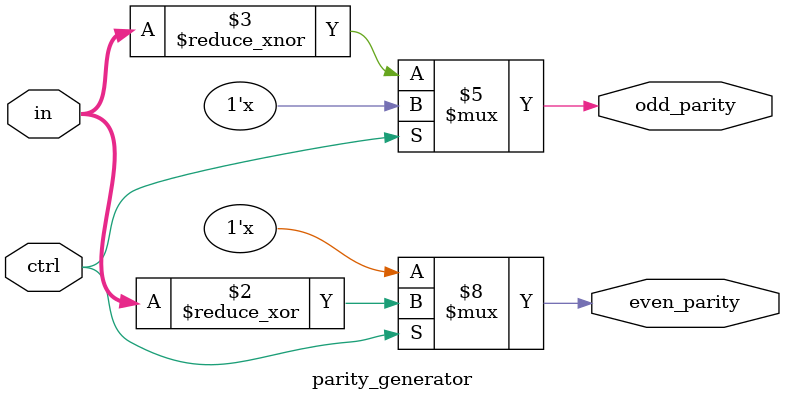
<source format=v>



module parity_generator(input [3:0]in, input ctrl,output reg even_parity,odd_parity);

always @(*)begin
if(ctrl)
even_parity <= ^in;
else
odd_parity <= ~^in;

end
endmodule

</source>
